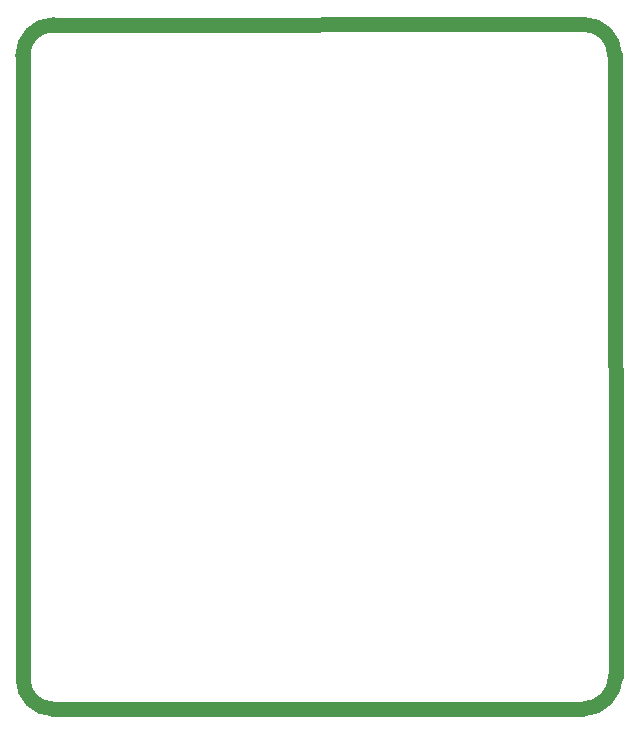
<source format=gko>
G04*
G04 #@! TF.GenerationSoftware,Altium Limited,Altium Designer,21.0.8 (223)*
G04*
G04 Layer_Color=16711935*
%FSLAX25Y25*%
%MOIN*%
G70*
G04*
G04 #@! TF.SameCoordinates,F2A8CEE9-D926-4100-BC22-0473D3AB1F95*
G04*
G04*
G04 #@! TF.FilePolarity,Positive*
G04*
G01*
G75*
%ADD95C,0.05000*%
D95*
X99Y218091D02*
G03*
X-10091Y207900I0J-10190D01*
G01*
X176500Y-10000D02*
G03*
X187529Y1029I0J11029D01*
G01*
X187220Y208008D02*
G03*
X177005Y218223I-10216J0D01*
G01*
X-10000Y0D02*
G03*
X0Y-10000I10000J0D01*
G01*
X176500D01*
X99Y218091D02*
X177005Y218223D01*
X-10091Y207900D02*
X-10000Y0D01*
X187220Y208008D02*
X187529Y1029D01*
M02*

</source>
